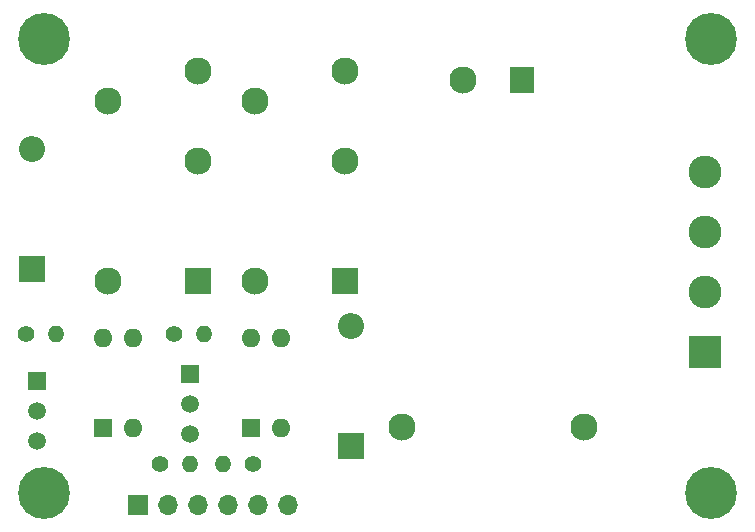
<source format=gbr>
%TF.GenerationSoftware,KiCad,Pcbnew,5.1.9+dfsg1-1*%
%TF.CreationDate,2022-04-02T16:18:38-07:00*%
%TF.ProjectId,Openhasp-Relays,4f70656e-6861-4737-902d-52656c617973,rev?*%
%TF.SameCoordinates,Original*%
%TF.FileFunction,Soldermask,Bot*%
%TF.FilePolarity,Negative*%
%FSLAX46Y46*%
G04 Gerber Fmt 4.6, Leading zero omitted, Abs format (unit mm)*
G04 Created by KiCad (PCBNEW 5.1.9+dfsg1-1) date 2022-04-02 16:18:38*
%MOMM*%
%LPD*%
G01*
G04 APERTURE LIST*
%ADD10R,1.500000X1.500000*%
%ADD11C,1.500000*%
%ADD12O,1.400000X1.400000*%
%ADD13C,1.400000*%
%ADD14O,2.200000X2.200000*%
%ADD15R,2.200000X2.200000*%
%ADD16O,1.700000X1.700000*%
%ADD17R,1.700000X1.700000*%
%ADD18C,0.700000*%
%ADD19C,4.400000*%
%ADD20O,1.600000X1.600000*%
%ADD21R,1.600000X1.600000*%
%ADD22C,2.780000*%
%ADD23R,2.780000X2.780000*%
%ADD24C,2.300000*%
%ADD25R,2.000000X2.300000*%
%ADD26R,2.300000X2.300000*%
G04 APERTURE END LIST*
D10*
%TO.C,Q2*%
X111900000Y-116400000D03*
D11*
X111900000Y-121480000D03*
X111900000Y-118940000D03*
%TD*%
D10*
%TO.C,Q1*%
X98950000Y-117000000D03*
D11*
X98950000Y-122080000D03*
X98950000Y-119540000D03*
%TD*%
D12*
%TO.C,R4*%
X113040000Y-113050000D03*
D13*
X110500000Y-113050000D03*
%TD*%
D12*
%TO.C,R3*%
X100540000Y-113000000D03*
D13*
X98000000Y-113000000D03*
%TD*%
D12*
%TO.C,R2*%
X114660000Y-124000000D03*
D13*
X117200000Y-124000000D03*
%TD*%
D12*
%TO.C,R1*%
X111890000Y-124050000D03*
D13*
X109350000Y-124050000D03*
%TD*%
D14*
%TO.C,D2*%
X125500000Y-112340000D03*
D15*
X125500000Y-122500000D03*
%TD*%
D14*
%TO.C,D1*%
X98500000Y-97340000D03*
D15*
X98500000Y-107500000D03*
%TD*%
D16*
%TO.C,J2*%
X120200000Y-127500000D03*
X117660000Y-127500000D03*
X115120000Y-127500000D03*
X112580000Y-127500000D03*
X110040000Y-127500000D03*
D17*
X107500000Y-127500000D03*
%TD*%
D18*
%TO.C,H4*%
X100666726Y-86833274D03*
X99500000Y-86350000D03*
X98333274Y-86833274D03*
X97850000Y-88000000D03*
X98333274Y-89166726D03*
X99500000Y-89650000D03*
X100666726Y-89166726D03*
X101150000Y-88000000D03*
D19*
X99500000Y-88000000D03*
%TD*%
D18*
%TO.C,H3*%
X157166726Y-86833274D03*
X156000000Y-86350000D03*
X154833274Y-86833274D03*
X154350000Y-88000000D03*
X154833274Y-89166726D03*
X156000000Y-89650000D03*
X157166726Y-89166726D03*
X157650000Y-88000000D03*
D19*
X156000000Y-88000000D03*
%TD*%
D18*
%TO.C,H2*%
X100666726Y-125333274D03*
X99500000Y-124850000D03*
X98333274Y-125333274D03*
X97850000Y-126500000D03*
X98333274Y-127666726D03*
X99500000Y-128150000D03*
X100666726Y-127666726D03*
X101150000Y-126500000D03*
D19*
X99500000Y-126500000D03*
%TD*%
D18*
%TO.C,H1*%
X157166726Y-125333274D03*
X156000000Y-124850000D03*
X154833274Y-125333274D03*
X154350000Y-126500000D03*
X154833274Y-127666726D03*
X156000000Y-128150000D03*
X157166726Y-127666726D03*
X157650000Y-126500000D03*
D19*
X156000000Y-126500000D03*
%TD*%
D20*
%TO.C,U2*%
X117000000Y-113380000D03*
X119540000Y-121000000D03*
X119540000Y-113380000D03*
D21*
X117000000Y-121000000D03*
%TD*%
D20*
%TO.C,U1*%
X104500000Y-113380000D03*
X107040000Y-121000000D03*
X107040000Y-113380000D03*
D21*
X104500000Y-121000000D03*
%TD*%
D22*
%TO.C,J1*%
X155500000Y-99260000D03*
X155500000Y-104340000D03*
X155500000Y-109420000D03*
D23*
X155500000Y-114500000D03*
%TD*%
D24*
%TO.C,PS1*%
X129800000Y-120900000D03*
X135000000Y-91500000D03*
D25*
X140000000Y-91500000D03*
D24*
X145200000Y-120900000D03*
%TD*%
%TO.C,K2*%
X117380000Y-108500000D03*
X117380000Y-93260000D03*
X125000000Y-90720000D03*
X125000000Y-98340000D03*
D26*
X125000000Y-108500000D03*
%TD*%
D24*
%TO.C,K1*%
X104880000Y-108500000D03*
X104880000Y-93260000D03*
X112500000Y-90720000D03*
X112500000Y-98340000D03*
D26*
X112500000Y-108500000D03*
%TD*%
M02*

</source>
